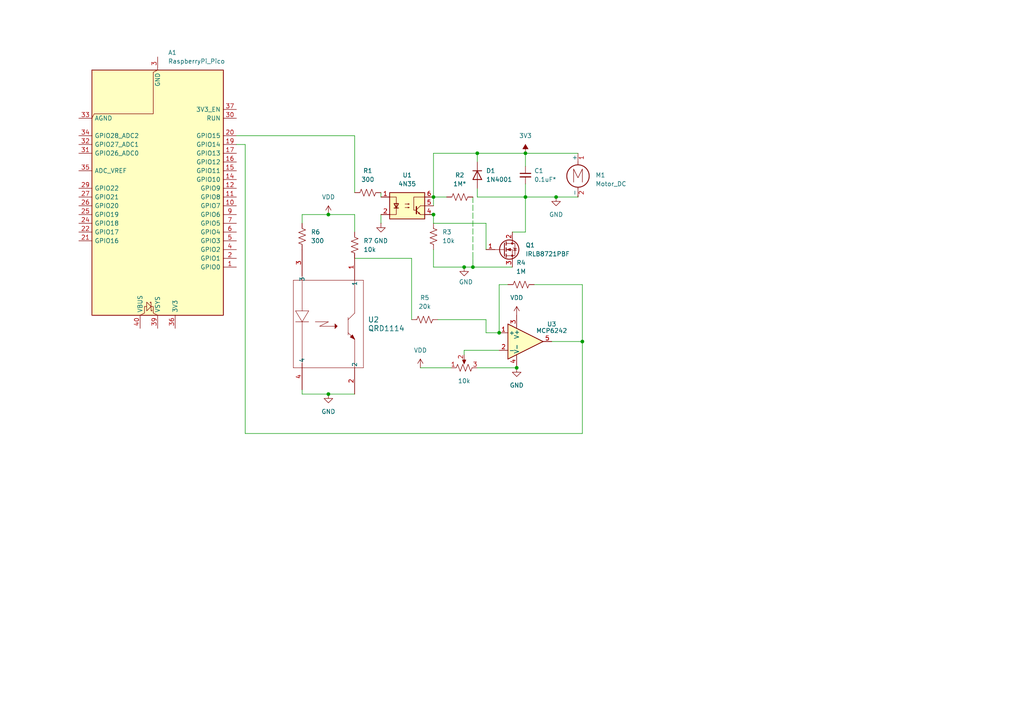
<source format=kicad_sch>
(kicad_sch (version 20231120) (generator "eeschema") (generator_version "8.0")
  (paper "A4")
  (lib_symbols
    (symbol "2024-10-30_01-37-53:QRD1114" (pin_names (offset 0.254))
      (property "Reference" "U2" (at 19.0499 3.81 90))
      (property "Value" "QRD1114" (at 21.5899 3.81 90))
      (symbol "QRD1114_1_1"
        (polyline (pts (xy 7.62 -17.78) (xy 33.02 -17.78)) (stroke (width 0.127)))
        (polyline (pts (xy 7.62 0) (xy 17.145 0)) (stroke (width 0.127)))
        (polyline (pts (xy 7.62 2.54) (xy 7.62 -17.78)) (stroke (width 0.127)))
        (polyline (pts (xy 16.51 -15.24) (xy 6.35 -15.24)) (stroke (width 0.127)))
        (polyline (pts (xy 16.51 -15.24) (xy 16.51 -17.145)) (stroke (width 0.127)))
        (polyline (pts (xy 16.51 -15.24) (xy 16.51 -13.335)) (stroke (width 0.127)))
        (polyline (pts (xy 16.51 -13.335) (xy 19.685 -15.24)) (stroke (width 0.127)))
        (polyline (pts (xy 17.145 0) (xy 19.05 -1.905)) (stroke (width 0.127)))
        (polyline (pts (xy 19.05 -1.905) (xy 18.415 -1.905)) (stroke (width 0.127)))
        (polyline (pts (xy 19.05 -1.905) (xy 23.495 -1.905)) (stroke (width 0.127)))
        (polyline (pts (xy 19.685 -15.24) (xy 16.51 -17.145)) (stroke (width 0.127)))
        (polyline (pts (xy 19.685 -13.335) (xy 19.685 -17.145)) (stroke (width 0.127)))
        (polyline (pts (xy 19.685 -11.43) (xy 19.685 -7.62)) (stroke (width 0.127)))
        (polyline (pts (xy 19.685 -7.62) (xy 20.955 -10.16)) (stroke (width 0.127)))
        (polyline (pts (xy 20.32 -5.715) (xy 20.955 -5.08)) (stroke (width 0.127)))
        (polyline (pts (xy 20.955 -10.16) (xy 20.955 -6.35)) (stroke (width 0.127)))
        (polyline (pts (xy 20.955 -6.35) (xy 20.955 -5.715)) (stroke (width 0.127)))
        (polyline (pts (xy 20.955 -5.715) (xy 20.32 -5.715)) (stroke (width 0.127)))
        (polyline (pts (xy 20.955 -5.715) (xy 21.59 -5.715)) (stroke (width 0.127)))
        (polyline (pts (xy 21.59 -5.715) (xy 20.955 -5.08)) (stroke (width 0.127)))
        (polyline (pts (xy 22.86 -1.905) (xy 24.765 0)) (stroke (width 0.127)))
        (polyline (pts (xy 23.495 -0.635) (xy 24.765 0)) (stroke (width 0.127)))
        (polyline (pts (xy 24.13 -1.27) (xy 23.495 -0.635)) (stroke (width 0.127)))
        (polyline (pts (xy 24.765 0) (xy 24.13 -1.27)) (stroke (width 0.127)))
        (polyline (pts (xy 24.765 0) (xy 33.02 0)) (stroke (width 0.127)))
        (polyline (pts (xy 31.75 -15.24) (xy 19.685 -15.24)) (stroke (width 0.127)))
        (polyline (pts (xy 33.02 -17.78) (xy 33.02 2.54)) (stroke (width 0.127)))
        (polyline (pts (xy 33.02 2.54) (xy 7.62 2.54)) (stroke (width 0.127)))
        (polyline (pts (xy 20.32 -5.715) (xy 20.955 -5.08) (xy 21.59 -5.715)) (fill (type outline)))
        (polyline (pts (xy 24.13 -1.27) (xy 23.495 -0.635) (xy 24.765 0)) (fill (type outline)))
        (pin unspecified line (at 0 0 0) (length 7.62) (name "1") (number "1"))
        (pin unspecified line (at 40.64 0 180) (length 7.62) (name "2") (number "2"))
        (pin unspecified line (at -1.27 -15.24 0) (length 7.62) (name "3") (number "3"))
        (pin unspecified line (at 39.37 -15.24 180) (length 7.62) (name "4") (number "4"))
      )
    )
    (symbol "Device:C_Small" (pin_numbers hide) (pin_names (offset 0.254) hide)
      (property "Reference" "C" (at 0.254 1.778 0))
      (property "Value" "C_Small" (at 0.254 -2.032 0))
      (symbol "C_Small_0_1"
        (polyline (pts (xy -1.524 -0.508) (xy 1.524 -0.508)) (stroke (width 0.3302)))
        (polyline (pts (xy -1.524 0.508) (xy 1.524 0.508)) (stroke (width 0.3048)))
      )
      (symbol "C_Small_1_1"
        (pin passive line (at 0 2.54 270) (length 2.032) (name "~") (number "1"))
        (pin passive line (at 0 -2.54 90) (length 2.032) (name "~") (number "2"))
      )
    )
    (symbol "Device:R_Potentiometer_US" (pin_names (offset 1.016) hide)
      (property "Reference" "RV" (at -4.445 0 90))
      (property "Value" "R_Potentiometer_US" (at -2.54 0 90))
      (symbol "R_Potentiometer_US_0_1"
        (polyline (pts (xy 0 -2.286) (xy 0 -2.54)))
        (polyline (pts (xy 0 2.54) (xy 0 2.286)))
        (polyline (pts (xy 2.54 0) (xy 1.524 0)))
        (polyline (pts (xy 1.143 0) (xy 2.286 0.508) (xy 2.286 -0.508) (xy 1.143 0)) (fill (type outline)))
        (polyline (pts (xy 0 -0.762) (xy 1.016 -1.143) (xy 0 -1.524) (xy -1.016 -1.905) (xy 0 -2.286)))
        (polyline (pts (xy 0 0.762) (xy 1.016 0.381) (xy 0 0) (xy -1.016 -0.381) (xy 0 -0.762)))
        (polyline (pts (xy 0 2.286) (xy 1.016 1.905) (xy 0 1.524) (xy -1.016 1.143) (xy 0 0.762)))
      )
      (symbol "R_Potentiometer_US_1_1"
        (pin passive line (at 0 3.81 270) (length 1.27) (name "1") (number "1"))
        (pin passive line (at 3.81 0 180) (length 1.27) (name "2") (number "2"))
        (pin passive line (at 0 -3.81 90) (length 1.27) (name "3") (number "3"))
      )
    )
    (symbol "Device:R_US" (pin_numbers hide) (pin_names (offset 0))
      (property "Reference" "R" (at 2.54 0 90))
      (property "Value" "R_US" (at -2.54 0 90))
      (symbol "R_US_0_1"
        (polyline (pts (xy 0 -2.286) (xy 0 -2.54)))
        (polyline (pts (xy 0 2.286) (xy 0 2.54)))
        (polyline (pts (xy 0 -0.762) (xy 1.016 -1.143) (xy 0 -1.524) (xy -1.016 -1.905) (xy 0 -2.286)))
        (polyline (pts (xy 0 0.762) (xy 1.016 0.381) (xy 0 0) (xy -1.016 -0.381) (xy 0 -0.762)))
        (polyline (pts (xy 0 2.286) (xy 1.016 1.905) (xy 0 1.524) (xy -1.016 1.143) (xy 0 0.762)))
      )
      (symbol "R_US_1_1"
        (pin passive line (at 0 3.81 270) (length 1.27) (name "~") (number "1"))
        (pin passive line (at 0 -3.81 90) (length 1.27) (name "~") (number "2"))
      )
    )
    (symbol "Diode:1N4001" (pin_numbers hide) (pin_names hide)
      (property "Reference" "D" (at 0 2.54 0))
      (property "Value" "1N4001" (at 0 -2.54 0))
      (symbol "1N4001_0_1"
        (polyline (pts (xy -1.27 1.27) (xy -1.27 -1.27)) (stroke (width 0.254)))
        (polyline (pts (xy 1.27 0) (xy -1.27 0)))
        (polyline (pts (xy 1.27 1.27) (xy 1.27 -1.27) (xy -1.27 0) (xy 1.27 1.27)) (stroke (width 0.254)))
      )
      (symbol "1N4001_1_1"
        (pin passive line (at -3.81 0 0) (length 2.54) (name "K") (number "1"))
        (pin passive line (at 3.81 0 180) (length 2.54) (name "A") (number "2"))
      )
    )
    (symbol "Isolator:4N35" (pin_names (offset 1.016))
      (property "Reference" "U" (at -5.08 5.08 0))
      (property "Value" "4N35" (at 0 5.08 0))
      (symbol "4N35_0_1"
        (rectangle (start -5.08 3.81) (end 5.08 -3.81) (stroke (width 0.254)) (fill (type background)))
        (polyline (pts (xy -3.81 -0.635) (xy -2.54 -0.635)) (stroke (width 0.254)))
        (polyline (pts (xy 2.667 -1.397) (xy 3.81 -2.54)))
        (polyline (pts (xy 2.667 -1.143) (xy 3.81 0)))
        (polyline (pts (xy 3.81 -2.54) (xy 5.08 -2.54)))
        (polyline (pts (xy 3.81 0) (xy 5.08 0)))
        (polyline (pts (xy 2.667 -0.254) (xy 2.667 -2.286) (xy 2.667 -2.286)) (stroke (width 0.3556)))
        (polyline (pts (xy -5.08 -2.54) (xy -3.175 -2.54) (xy -3.175 2.54) (xy -5.08 2.54)))
        (polyline (pts (xy -3.175 -0.635) (xy -3.81 0.635) (xy -2.54 0.635) (xy -3.175 -0.635)) (stroke (width 0.254)))
        (polyline (pts (xy 3.683 -2.413) (xy 3.429 -1.905) (xy 3.175 -2.159) (xy 3.683 -2.413)))
        (polyline (pts (xy 5.08 2.54) (xy 1.905 2.54) (xy 1.905 -1.27) (xy 2.54 -1.27)))
        (polyline (pts (xy -0.635 -0.508) (xy 0.635 -0.508) (xy 0.254 -0.635) (xy 0.254 -0.381) (xy 0.635 -0.508)))
        (polyline (pts (xy -0.635 0.508) (xy 0.635 0.508) (xy 0.254 0.381) (xy 0.254 0.635) (xy 0.635 0.508)))
      )
      (symbol "4N35_1_1"
        (pin passive line (at -7.62 2.54 0) (length 2.54) (name "~") (number "1"))
        (pin passive line (at -7.62 -2.54 0) (length 2.54) (name "~") (number "2"))
        (pin no_connect line (at -5.08 0 0) (length 2.54) hide (name "NC") (number "3"))
        (pin passive line (at 7.62 -2.54 180) (length 2.54) (name "~") (number "4"))
        (pin passive line (at 7.62 0 180) (length 2.54) (name "~") (number "5"))
        (pin passive line (at 7.62 2.54 180) (length 2.54) (name "~") (number "6"))
      )
    )
    (symbol "MCU_Module_RaspberryPi_Pico:RaspberryPi_Pico" (pin_names (offset 0.762))
      (property "Reference" "A" (at -19.05 38.1 0))
      (property "Value" "RaspberryPi_Pico" (at 7.62 38.1 0))
      (symbol "RaspberryPi_Pico_0_1"
        (rectangle (start -19.05 36.83) (end 19.05 -34.29) (stroke (width 0.254)) (fill (type background)))
        (polyline (pts (xy 0 36.83) (xy 1.27 36.195) (xy 1.27 34.29) (xy 1.905 34.29)))
        (polyline (pts (xy 1.905 34.29) (xy 3.175 35.56) (xy 3.175 33.02) (xy 1.905 34.29)))
        (polyline (pts (xy 5.08 36.83) (xy 3.81 36.195) (xy 3.81 34.29) (xy 3.175 34.29)))
        (polyline (pts (xy 0 -34.29) (xy 1.27 -33.655) (xy 1.27 -21.59) (xy 18.415 -21.59) (xy 19.05 -20.32)))
        (polyline (pts (xy 1.651 35.306) (xy 1.651 35.56) (xy 1.905 35.56) (xy 1.905 33.02) (xy 2.159 33.02) (xy 2.159 33.274)))
      )
      (symbol "RaspberryPi_Pico_1_1"
        (pin bidirectional line (at -22.86 22.86 0) (length 3.81) (name "GPIO0") (number "1"))
        (pin bidirectional line (at -22.86 5.08 0) (length 3.81) (name "GPIO7") (number "10"))
        (pin bidirectional line (at -22.86 2.54 0) (length 3.81) (name "GPIO8") (number "11"))
        (pin bidirectional line (at -22.86 0 0) (length 3.81) (name "GPIO9") (number "12"))
        (pin passive line (at 0 -38.1 90) (length 3.81) hide (name "GND") (number "13"))
        (pin bidirectional line (at -22.86 -2.54 0) (length 3.81) (name "GPIO10") (number "14"))
        (pin bidirectional line (at -22.86 -5.08 0) (length 3.81) (name "GPIO11") (number "15"))
        (pin bidirectional line (at -22.86 -7.62 0) (length 3.81) (name "GPIO12") (number "16"))
        (pin bidirectional line (at -22.86 -10.16 0) (length 3.81) (name "GPIO13") (number "17"))
        (pin passive line (at 0 -38.1 90) (length 3.81) hide (name "GND") (number "18"))
        (pin bidirectional line (at -22.86 -12.7 0) (length 3.81) (name "GPIO14") (number "19"))
        (pin bidirectional line (at -22.86 20.32 0) (length 3.81) (name "GPIO1") (number "2"))
        (pin bidirectional line (at -22.86 -15.24 0) (length 3.81) (name "GPIO15") (number "20"))
        (pin bidirectional line (at 22.86 15.24 180) (length 3.81) (name "GPIO16") (number "21"))
        (pin bidirectional line (at 22.86 12.7 180) (length 3.81) (name "GPIO17") (number "22"))
        (pin passive line (at 0 -38.1 90) (length 3.81) hide (name "GND") (number "23"))
        (pin bidirectional line (at 22.86 10.16 180) (length 3.81) (name "GPIO18") (number "24"))
        (pin bidirectional line (at 22.86 7.62 180) (length 3.81) (name "GPIO19") (number "25"))
        (pin bidirectional line (at 22.86 5.08 180) (length 3.81) (name "GPIO20") (number "26"))
        (pin bidirectional line (at 22.86 2.54 180) (length 3.81) (name "GPIO21") (number "27"))
        (pin passive line (at 0 -38.1 90) (length 3.81) hide (name "GND") (number "28"))
        (pin bidirectional line (at 22.86 0 180) (length 3.81) (name "GPIO22") (number "29"))
        (pin power_out line (at 0 -38.1 90) (length 3.81) (name "GND") (number "3"))
        (pin input line (at -22.86 -20.32 0) (length 3.81) (name "RUN") (number "30"))
        (pin bidirectional line (at 22.86 -10.16 180) (length 3.81) (name "GPIO26_ADC0") (number "31"))
        (pin bidirectional line (at 22.86 -12.7 180) (length 3.81) (name "GPIO27_ADC1") (number "32"))
        (pin power_out line (at 22.86 -20.32 180) (length 3.81) (name "AGND") (number "33"))
        (pin bidirectional line (at 22.86 -15.24 180) (length 3.81) (name "GPIO28_ADC2") (number "34"))
        (pin power_in line (at 22.86 -5.08 180) (length 3.81) (name "ADC_VREF") (number "35"))
        (pin power_out line (at -5.08 40.64 270) (length 3.81) (name "3V3") (number "36"))
        (pin input line (at -22.86 -22.86 0) (length 3.81) (name "3V3_EN") (number "37"))
        (pin passive line (at 0 -38.1 90) (length 3.81) hide (name "GND") (number "38"))
        (pin power_in line (at 0 40.64 270) (length 3.81) (name "VSYS") (number "39"))
        (pin bidirectional line (at -22.86 17.78 0) (length 3.81) (name "GPIO2") (number "4"))
        (pin power_out line (at 5.08 40.64 270) (length 3.81) (name "VBUS") (number "40"))
        (pin bidirectional line (at -22.86 15.24 0) (length 3.81) (name "GPIO3") (number "5"))
        (pin bidirectional line (at -22.86 12.7 0) (length 3.81) (name "GPIO4") (number "6"))
        (pin bidirectional line (at -22.86 10.16 0) (length 3.81) (name "GPIO5") (number "7"))
        (pin passive line (at 0 -38.1 90) (length 3.81) hide (name "GND") (number "8"))
        (pin bidirectional line (at -22.86 7.62 0) (length 3.81) (name "GPIO6") (number "9"))
      )
    )
    (symbol "Motor:Motor_DC" (pin_names (offset 0))
      (property "Reference" "M" (at 2.54 2.54 0))
      (property "Value" "Motor_DC" (at 2.54 -5.08 0))
      (symbol "Motor_DC_0_0"
        (polyline (pts (xy -1.27 -3.302) (xy -1.27 0.508) (xy 0 -2.032) (xy 1.27 0.508) (xy 1.27 -3.302)))
      )
      (symbol "Motor_DC_0_1"
        (circle (center 0 -1.524) (radius 3.2512) (stroke (width 0.254)))
        (polyline (pts (xy 0 -7.62) (xy 0 -7.112)))
        (polyline (pts (xy 0 -4.7752) (xy 0 -5.1816)))
        (polyline (pts (xy 0 1.7272) (xy 0 2.0828)))
        (polyline (pts (xy 0 2.032) (xy 0 2.54)))
      )
      (symbol "Motor_DC_1_1"
        (pin passive line (at 0 5.08 270) (length 2.54) (name "+") (number "1"))
        (pin passive line (at 0 -7.62 90) (length 2.54) (name "-") (number "2"))
      )
    )
    (symbol "Simulation_SPICE:OPAMP" (pin_names (offset 0.254))
      (property "Reference" "U" (at 3.81 3.175 0))
      (property "Value" "${SIM.PARAMS}" (at 3.81 -3.175 0))
      (symbol "OPAMP_0_1"
        (polyline (pts (xy 5.08 0) (xy -5.08 5.08) (xy -5.08 -5.08) (xy 5.08 0)) (stroke (width 0.254)) (fill (type background)))
      )
      (symbol "OPAMP_1_1"
        (pin input line (at -7.62 2.54 0) (length 2.54) (name "+") (number "1"))
        (pin input line (at -7.62 -2.54 0) (length 2.54) (name "-") (number "2"))
        (pin power_in line (at -2.54 7.62 270) (length 3.81) (name "V+") (number "3"))
        (pin power_in line (at -2.54 -7.62 90) (length 3.81) (name "V-") (number "4"))
        (pin output line (at 7.62 0 180) (length 2.54) (name "~") (number "5"))
      )
    )
    (symbol "Transistor_FET:IRLB8721PBF" (pin_names hide)
      (property "Reference" "Q" (at 5.08 1.905 0))
      (property "Value" "IRLB8721PBF" (at 5.08 0 0))
      (symbol "IRLB8721PBF_0_1"
        (polyline (pts (xy 0.254 0) (xy -2.54 0)))
        (polyline (pts (xy 0.254 1.905) (xy 0.254 -1.905)) (stroke (width 0.254)))
        (polyline (pts (xy 0.762 -1.27) (xy 0.762 -2.286)) (stroke (width 0.254)))
        (polyline (pts (xy 0.762 0.508) (xy 0.762 -0.508)) (stroke (width 0.254)))
        (polyline (pts (xy 0.762 2.286) (xy 0.762 1.27)) (stroke (width 0.254)))
        (polyline (pts (xy 2.54 2.54) (xy 2.54 1.778)))
        (polyline (pts (xy 2.54 -2.54) (xy 2.54 0) (xy 0.762 0)))
        (polyline (pts (xy 0.762 -1.778) (xy 3.302 -1.778) (xy 3.302 1.778) (xy 0.762 1.778)))
        (polyline (pts (xy 1.016 0) (xy 2.032 0.381) (xy 2.032 -0.381) (xy 1.016 0)) (fill (type outline)))
        (polyline (pts (xy 2.794 0.508) (xy 2.921 0.381) (xy 3.683 0.381) (xy 3.81 0.254)))
        (polyline (pts (xy 3.302 0.381) (xy 2.921 -0.254) (xy 3.683 -0.254) (xy 3.302 0.381)))
        (circle (center 1.651 0) (radius 2.794) (stroke (width 0.254)))
        (circle (center 2.54 -1.778) (radius 0.254) (fill (type outline)))
        (circle (center 2.54 1.778) (radius 0.254) (fill (type outline)))
      )
      (symbol "IRLB8721PBF_1_1"
        (pin input line (at -5.08 0 0) (length 2.54) (name "G") (number "1"))
        (pin passive line (at 2.54 5.08 270) (length 2.54) (name "D") (number "2"))
        (pin passive line (at 2.54 -5.08 90) (length 2.54) (name "S") (number "3"))
      )
    )
    (symbol "power:GND" (power) (pin_numbers hide) (pin_names (offset 0) hide)
      (property "Value" "GND" (at 0 -3.81 0))
      (symbol "GND_0_1"
        (polyline (pts (xy 0 0) (xy 0 -1.27) (xy 1.27 -1.27) (xy 0 -2.54) (xy -1.27 -1.27) (xy 0 -1.27)))
      )
      (symbol "GND_1_1"
        (pin power_in line (at 0 0 270) (length 0) (name "~") (number "1"))
      )
    )
    (symbol "power:GNDS" (power) (pin_numbers hide) (pin_names (offset 0) hide)
      (property "Value" "GNDS" (at 0 -3.81 0))
      (symbol "GNDS_0_1"
        (polyline (pts (xy 0 0) (xy 0 -1.27) (xy 1.27 -1.27) (xy 0 -2.54) (xy -1.27 -1.27) (xy 0 -1.27)))
      )
      (symbol "GNDS_1_1"
        (pin power_in line (at 0 0 270) (length 0) (name "~") (number "1"))
      )
    )
    (symbol "power:VCC" (power) (pin_numbers hide) (pin_names (offset 0) hide)
      (property "Value" "VCC" (at 0 3.556 0))
      (symbol "VCC_0_1"
        (polyline (pts (xy -0.762 1.27) (xy 0 2.54)))
        (polyline (pts (xy 0 0) (xy 0 2.54)))
        (polyline (pts (xy 0 2.54) (xy 0.762 1.27)))
      )
      (symbol "VCC_1_1"
        (pin power_in line (at 0 0 90) (length 0) (name "~") (number "1"))
      )
    )
    (symbol "power:VSS" (power) (pin_numbers hide) (pin_names (offset 0) hide)
      (property "Value" "VSS" (at 0 3.556 0))
      (symbol "VSS_0_1"
        (polyline (pts (xy 0 0) (xy 0 2.54)))
        (polyline (pts (xy 0.762 1.27) (xy -0.762 1.27) (xy 0 2.54) (xy 0.762 1.27)) (fill (type outline)))
      )
      (symbol "VSS_1_1"
        (pin power_in line (at 0 0 90) (length 0) (name "~") (number "1"))
      )
    )
  )
  (junction (at 152.4 57.15))
  (junction (at 138.43 44.45))
  (junction (at 125.73 62.23))
  (junction (at 137.16 77.47))
  (junction (at 95.25 114.3))
  (junction (at 168.91 99.06))
  (junction (at 134.62 77.47))
  (junction (at 149.86 106.68))
  (junction (at 95.25 62.23))
  (junction (at 125.73 57.15))
  (junction (at 161.29 57.15))
  (junction (at 144.78 96.52))
  (junction (at 152.4 44.45))
  (wire (pts (xy 102.87 62.23) (xy 95.25 62.23)))
  (wire (pts (xy 125.73 72.39) (xy 125.73 77.47)))
  (wire (pts (xy 168.91 82.55) (xy 168.91 99.06)))
  (wire (pts (xy 119.38 74.93) (xy 102.87 74.93)))
  (wire (pts (xy 137.16 57.15) (xy 137.16 74.93)) (stroke (width 0) (type dash)))
  (wire (pts (xy 125.73 57.15) (xy 125.73 59.69)))
  (wire (pts (xy 125.73 44.45) (xy 125.73 57.15)))
  (wire (pts (xy 71.12 41.91) (xy 71.12 125.73)))
  (wire (pts (xy 138.43 54.61) (xy 138.43 57.15)))
  (wire (pts (xy 137.16 77.47) (xy 148.59 77.47)))
  (wire (pts (xy 134.62 77.47) (xy 137.16 77.47)))
  (wire (pts (xy 152.4 67.31) (xy 152.4 57.15)))
  (wire (pts (xy 152.4 57.15) (xy 138.43 57.15)))
  (wire (pts (xy 140.97 92.71) (xy 140.97 96.52)))
  (wire (pts (xy 152.4 53.34) (xy 152.4 57.15)))
  (wire (pts (xy 168.91 99.06) (xy 168.91 125.73)))
  (wire (pts (xy 124.46 62.23) (xy 125.73 62.23)))
  (wire (pts (xy 110.49 55.88) (xy 110.49 57.15)))
  (wire (pts (xy 125.73 77.47) (xy 134.62 77.47)))
  (wire (pts (xy 125.73 44.45) (xy 138.43 44.45)))
  (wire (pts (xy 102.87 67.31) (xy 102.87 62.23)))
  (wire (pts (xy 168.91 99.06) (xy 160.02 99.06)))
  (wire (pts (xy 167.64 57.15) (xy 161.29 57.15)))
  (wire (pts (xy 127 92.71) (xy 140.97 92.71)))
  (wire (pts (xy 148.59 67.31) (xy 152.4 67.31)))
  (wire (pts (xy 140.97 96.52) (xy 144.78 96.52)))
  (wire (pts (xy 147.32 82.55) (xy 144.78 82.55)))
  (wire (pts (xy 125.73 64.77) (xy 140.97 64.77)))
  (wire (pts (xy 95.25 114.3) (xy 102.87 114.3)))
  (wire (pts (xy 102.87 39.37) (xy 102.87 55.88)))
  (wire (pts (xy 138.43 106.68) (xy 149.86 106.68)))
  (wire (pts (xy 87.63 113.03) (xy 87.63 114.3)))
  (wire (pts (xy 138.43 46.99) (xy 138.43 44.45)))
  (wire (pts (xy 144.78 82.55) (xy 144.78 96.52)))
  (wire (pts (xy 119.38 92.71) (xy 119.38 74.93)))
  (wire (pts (xy 137.16 74.93) (xy 137.16 77.47)))
  (wire (pts (xy 129.54 57.15) (xy 125.73 57.15)))
  (wire (pts (xy 154.94 82.55) (xy 168.91 82.55)))
  (wire (pts (xy 152.4 48.26) (xy 152.4 44.45)))
  (wire (pts (xy 68.58 41.91) (xy 71.12 41.91)))
  (wire (pts (xy 95.25 62.23) (xy 87.63 62.23)))
  (wire (pts (xy 68.58 39.37) (xy 102.87 39.37)))
  (wire (pts (xy 71.12 125.73) (xy 168.91 125.73)))
  (wire (pts (xy 125.73 64.77) (xy 125.73 62.23)))
  (wire (pts (xy 121.92 106.68) (xy 130.81 106.68)))
  (wire (pts (xy 110.49 62.23) (xy 110.49 64.77)))
  (wire (pts (xy 138.43 44.45) (xy 152.4 44.45)))
  (wire (pts (xy 87.63 62.23) (xy 87.63 64.77)))
  (wire (pts (xy 140.97 72.39) (xy 140.97 64.77)))
  (wire (pts (xy 134.62 102.87) (xy 134.62 101.6)))
  (wire (pts (xy 134.62 101.6) (xy 144.78 101.6)))
  (wire (pts (xy 161.29 57.15) (xy 152.4 57.15)))
  (wire (pts (xy 152.4 44.45) (xy 167.64 44.45)))
  (wire (pts (xy 87.63 114.3) (xy 95.25 114.3)))
  (symbol (lib_id "Device:R_US") (at 102.87 71.12 0) (unit 1)
    (property "Reference" "R7" (at 105.41 69.8499 0) (effects (justify left)))
    (property "Value" "10k" (at 105.41 72.3899 0) (effects (justify left)))
    (property "Description" "Resistor, US symbol" (effects (hide yes)))
  )
  (symbol (lib_id "Device:R_US") (at 151.13 82.55 270) (unit 1)
    (property "Reference" "R4" (at 151.13 76.2 90))
    (property "Value" "1M" (at 151.13 78.74 90))
    (property "Description" "Resistor, US symbol" (effects (hide yes)))
  )
  (symbol (lib_id "Device:R_US") (at 106.68 55.88 270) (unit 1)
    (property "Reference" "R1" (at 106.68 49.53 90))
    (property "Value" "300" (at 106.68 52.07 90))
    (property "Description" "Resistor, US symbol" (effects (hide yes)))
  )
  (symbol (lib_id "Device:R_Potentiometer_US") (at 134.62 106.68 90) (unit 1)
    (property "Reference" "10k" (at 134.62 110.49 90))
    (property "Value" "R_Potentiometer_US" (effects (hide yes)))
    (property "Description" "Potentiometer, US symbol" (effects (hide yes)))
  )
  (symbol (lib_id "Device:R_US") (at 133.35 57.15 270) (unit 1)
    (property "Reference" "R2" (at 133.35 50.8 90))
    (property "Value" "1M*" (at 133.35 53.34 90))
    (property "Description" "Resistor, US symbol" (effects (hide yes)))
  )
  (symbol (lib_id "power:VCC") (at 121.92 106.68 0) (unit 1)
    (property "Reference" "#PWR06" (effects (hide yes)))
    (property "Value" "VDD" (at 121.92 101.6 0))
    (property "Description" "Power symbol creates a global label with name \"VCC\"" (effects (hide yes)))
  )
  (symbol (lib_id "Device:R_US") (at 125.73 68.58 180) (unit 1)
    (property "Reference" "R3" (at 128.27 67.3099 0) (effects (justify right)))
    (property "Value" "10k" (at 128.27 69.8499 0) (effects (justify right)))
    (property "Description" "Resistor, US symbol" (effects (hide yes)))
  )
  (symbol (lib_id "Isolator:4N35") (at 118.11 59.69 0) (unit 1)
    (property "Reference" "U1" (at 118.11 50.8 0))
    (property "Value" "4N35" (at 118.11 53.34 0))
    (property "Footprint" "Package_DIP:DIP-6_W7.62mm" (effects (hide yes)))
    (property "Datasheet" "https://www.vishay.com/docs/81181/4n35.pdf" (effects (hide yes)))
    (property "Description" "Optocoupler, Phototransistor Output, with Base Connection, Vce 70V, CTR 100%, Viso 5000V, DIP6" (effects (hide yes)))
  )
  (symbol (lib_id "2024-10-30_01-37-53:QRD1114") (at 102.87 73.66 270) (unit 1)
    (property "Reference" "U2" (at 106.68 92.7099 90) (effects (font (size 1.524 1.524)) (justify left)))
    (property "Value" "QRD1114" (at 106.68 95.2499 90) (effects (font (size 1.524 1.524)) (justify left)))
    (property "Footprint" "BOX_QRD1114_ONS" (effects (hide yes)))
    (property "Datasheet" "QRD1114" (effects (hide yes)))
  )
  (symbol (lib_id "power:VSS") (at 152.4 44.45 0) (unit 1)
    (property "Reference" "#PWR04" (effects (hide yes)))
    (property "Value" "3V3" (at 152.4 39.37 0))
    (property "Description" "Power symbol creates a global label with name \"VSS\"" (effects (hide yes)))
  )
  (symbol (lib_id "Device:R_US") (at 87.63 68.58 0) (unit 1)
    (property "Reference" "R6" (at 90.17 67.3099 0) (effects (justify left)))
    (property "Value" "300" (at 90.17 69.8499 0) (effects (justify left)))
    (property "Description" "Resistor, US symbol" (effects (hide yes)))
  )
  (symbol (lib_id "Device:C_Small") (at 152.4 50.8 0) (unit 1)
    (property "Reference" "C1" (at 154.94 49.5362 0) (effects (justify left)))
    (property "Value" "0.1uF*" (at 154.94 52.0762 0) (effects (justify left)))
    (property "Description" "Unpolarized capacitor, small symbol" (effects (hide yes)))
  )
  (symbol (lib_id "power:GND") (at 161.29 57.15 0) (unit 1)
    (property "Reference" "#PWR02" (effects (hide yes)))
    (property "Value" "GND" (at 161.29 62.23 0))
    (property "Description" "Power symbol creates a global label with name \"GND\" , ground" (effects (hide yes)))
  )
  (symbol (lib_id "power:VCC") (at 95.25 62.23 0) (unit 1)
    (property "Reference" "#PWR09" (effects (hide yes)))
    (property "Value" "VDD" (at 95.25 57.15 0))
    (property "Description" "Power symbol creates a global label with name \"VCC\"" (effects (hide yes)))
  )
  (symbol (lib_id "Transistor_FET:IRLB8721PBF") (at 146.05 72.39 0) (unit 1)
    (property "Reference" "Q1" (at 152.4 71.1199 0) (effects (justify left)))
    (property "Value" "IRLB8721PBF" (at 152.4 73.6599 0) (effects (justify left)))
    (property "Footprint" "Package_TO_SOT_THT:TO-220-3_Vertical" (effects (hide yes)))
    (property "Datasheet" "http://www.infineon.com/dgdl/irlb8721pbf.pdf?fileId=5546d462533600a40153566056732591" (effects (hide yes)))
    (property "Description" "62A Id, 30V Vds, 8.7 mOhm Rds, N-Channel HEXFET Power MOSFET, TO-220" (effects (hide yes)))
  )
  (symbol (lib_id "power:GND") (at 95.25 114.3 0) (unit 1)
    (property "Reference" "#PWR08" (effects (hide yes)))
    (property "Value" "GND" (at 95.25 119.38 0))
    (property "Description" "Power symbol creates a global label with name \"GND\" , ground" (effects (hide yes)))
  )
  (symbol (lib_id "power:GNDS") (at 149.86 106.68 0) (unit 1)
    (property "Reference" "#PWR05" (effects (hide yes)))
    (property "Value" "GND" (at 149.86 111.76 0))
    (property "Description" "Power symbol creates a global label with name \"GNDS\" , signal ground" (effects (hide yes)))
  )
  (symbol (lib_id "power:GND") (at 110.49 64.77 0) (unit 1)
    (property "Reference" "#PWR01" (effects (hide yes)))
    (property "Value" "GND" (at 110.49 69.85 0))
    (property "Description" "Power symbol creates a global label with name \"GND\" , ground" (effects (hide yes)))
  )
  (symbol (lib_id "Diode:1N4001") (at 138.43 50.8 270) (unit 1)
    (property "Reference" "D1" (at 140.97 49.5299 90) (effects (justify left)))
    (property "Value" "1N4001" (at 140.97 52.0699 90) (effects (justify left)))
    (property "Footprint" "Diode_THT:D_DO-41_SOD81_P10.16mm_Horizontal" (effects (hide yes)))
    (property "Datasheet" "http://www.vishay.com/docs/88503/1n4001.pdf" (effects (hide yes)))
    (property "Description" "50V 1A General Purpose Rectifier Diode, DO-41" (effects (hide yes)))
    (property "Sim.Device" "D" (effects (hide yes)))
    (property "Sim.Pins" "1=K 2=A" (effects (hide yes)))
  )
  (symbol (lib_id "Motor:Motor_DC") (at 167.64 49.53 0) (unit 1)
    (property "Reference" "M1" (at 172.72 50.7999 0) (effects (justify left)))
    (property "Value" "Motor_DC" (at 172.72 53.3399 0) (effects (justify left)))
    (property "Description" "DC Motor" (effects (hide yes)))
  )
  (symbol (lib_id "Simulation_SPICE:OPAMP") (at 152.4 99.06 0) (unit 1)
    (property "Reference" "U3" (at 160.02 94.0114 0))
    (property "Value" "MCP6242" (at 160.02 95.9165 0))
    (property "Datasheet" "https://ngspice.sourceforge.io/docs/ngspice-html-manual/manual.xhtml#sec__SUBCKT_Subcircuits" (effects (hide yes)))
    (property "Description" "Operational amplifier, single, node sequence=1:+ 2:- 3:OUT 4:V+ 5:V-" (effects (hide yes)))
    (property "Sim.Pins" "1=in+ 2=in- 3=vcc 4=vee 5=out" (effects (hide yes)))
    (property "Sim.Device" "SUBCKT" (effects (hide yes)))
    (property "Sim.Library" "${KICAD7_SYMBOL_DIR}/Simulation_SPICE.sp" (effects (hide yes)))
    (property "Sim.Name" "kicad_builtin_opamp" (effects (hide yes)))
  )
  (symbol (lib_id "power:VCC") (at 149.86 91.44 0) (unit 1)
    (property "Reference" "#PWR07" (effects (hide yes)))
    (property "Value" "VDD" (at 149.86 86.36 0))
    (property "Description" "Power symbol creates a global label with name \"VCC\"" (effects (hide yes)))
  )
  (symbol (lib_id "power:GND") (at 134.62 77.47 0) (unit 1)
    (property "Reference" "#PWR03" (effects (hide yes)))
    (property "Value" "GND" (at 135.128 81.788 0))
    (property "Description" "Power symbol creates a global label with name \"GND\" , ground" (effects (hide yes)))
  )
  (symbol (lib_id "Device:R_US") (at 123.19 92.71 270) (unit 1)
    (property "Reference" "R5" (at 123.19 86.36 90))
    (property "Value" "20k" (at 123.19 88.9 90))
    (property "Description" "Resistor, US symbol" (effects (hide yes)))
  )
  (symbol (lib_id "MCU_Module_RaspberryPi_Pico:RaspberryPi_Pico") (at 45.72 54.61 180) (unit 1)
    (property "Reference" "A1" (at 48.7365 15.24 0) (effects (justify right)))
    (property "Value" "RaspberryPi_Pico" (at 48.7365 17.78 0) (effects (justify right)))
    (property "Footprint" "Module_RaspberryPi_Pico:RaspberryPi_Pico_Common" (effects (hide yes)))
    (property "Datasheet" "https://datasheets.raspberrypi.com/pico/pico-datasheet.pdf" (effects (hide yes)))
    (property "Description" "Versatile and inexpensive microcontroller module powered by RP2040 dual-core Arm Cortex-M0+ processor up to 133 MHz, 264kB SRAM, 2MB QSPI flash" (effects (hide yes)))
  )
)
</source>
